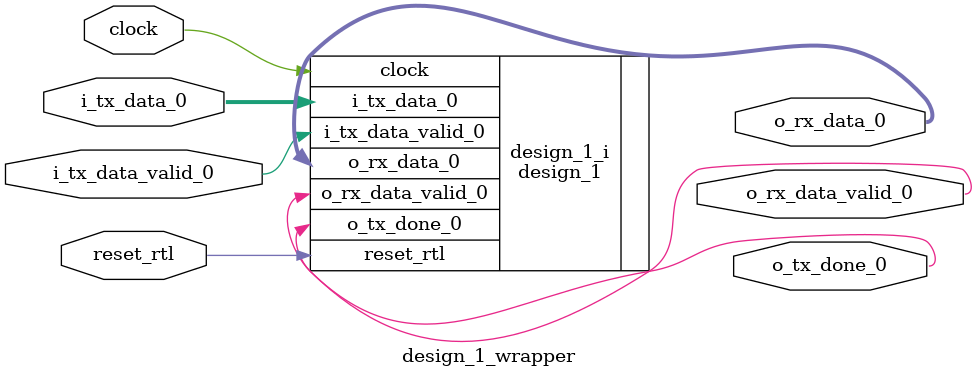
<source format=v>
`timescale 1 ps / 1 ps

module design_1_wrapper
   (clock,
    i_tx_data_0,
    i_tx_data_valid_0,
    o_rx_data_0,
    o_rx_data_valid_0,
    o_tx_done_0,
    reset_rtl);
  input clock;
  input [7:0]i_tx_data_0;
  input i_tx_data_valid_0;
  output [7:0]o_rx_data_0;
  output o_rx_data_valid_0;
  output o_tx_done_0;
  input reset_rtl;

  wire clock;
  wire [7:0]i_tx_data_0;
  wire i_tx_data_valid_0;
  wire [7:0]o_rx_data_0;
  wire o_rx_data_valid_0;
  wire o_tx_done_0;
  wire reset_rtl;

  design_1 design_1_i
       (.clock(clock),
        .i_tx_data_0(i_tx_data_0),
        .i_tx_data_valid_0(i_tx_data_valid_0),
        .o_rx_data_0(o_rx_data_0),
        .o_rx_data_valid_0(o_rx_data_valid_0),
        .o_tx_done_0(o_tx_done_0),
        .reset_rtl(reset_rtl));
endmodule

</source>
